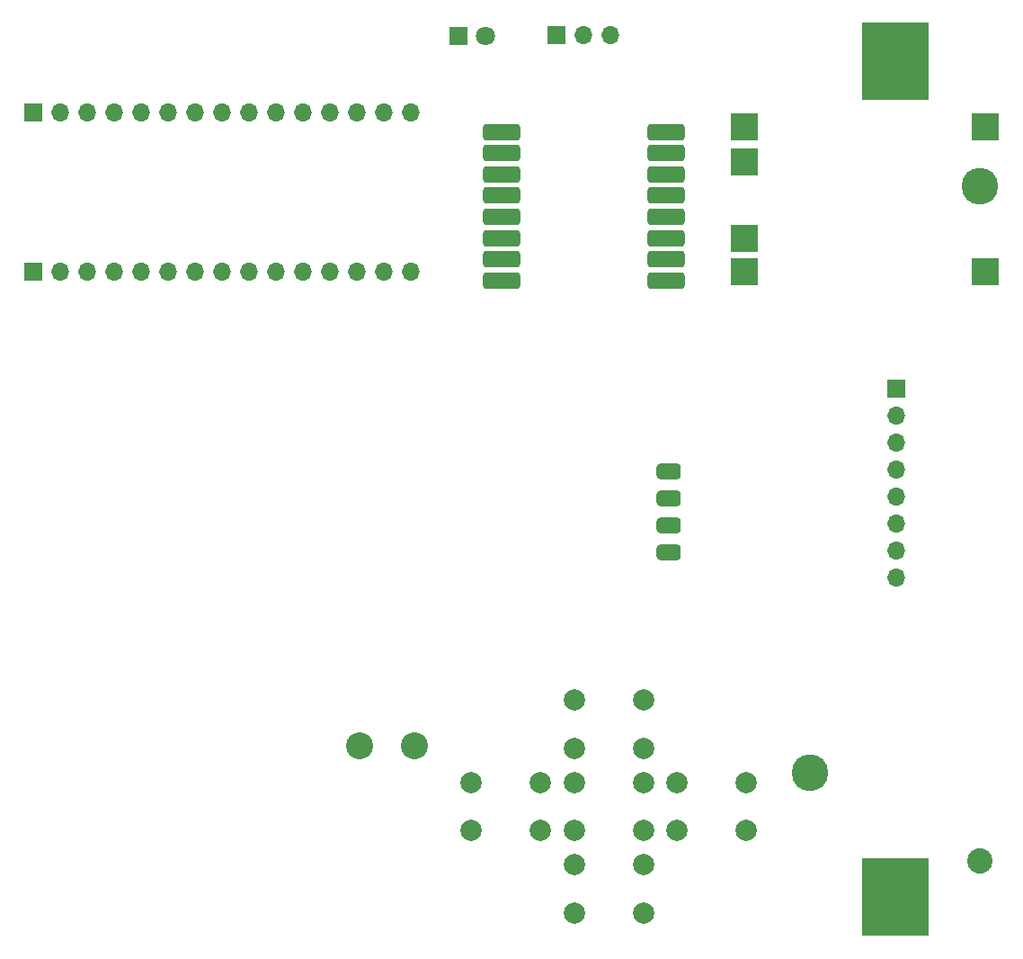
<source format=gbr>
%TF.GenerationSoftware,KiCad,Pcbnew,9.0.0*%
%TF.CreationDate,2025-07-08T12:35:53+02:00*%
%TF.ProjectId,capibarazeroPCB,63617069-6261-4726-917a-65726f504342,rev?*%
%TF.SameCoordinates,Original*%
%TF.FileFunction,Soldermask,Bot*%
%TF.FilePolarity,Negative*%
%FSLAX46Y46*%
G04 Gerber Fmt 4.6, Leading zero omitted, Abs format (unit mm)*
G04 Created by KiCad (PCBNEW 9.0.0) date 2025-07-08 12:35:53*
%MOMM*%
%LPD*%
G01*
G04 APERTURE LIST*
G04 Aperture macros list*
%AMRoundRect*
0 Rectangle with rounded corners*
0 $1 Rounding radius*
0 $2 $3 $4 $5 $6 $7 $8 $9 X,Y pos of 4 corners*
0 Add a 4 corners polygon primitive as box body*
4,1,4,$2,$3,$4,$5,$6,$7,$8,$9,$2,$3,0*
0 Add four circle primitives for the rounded corners*
1,1,$1+$1,$2,$3*
1,1,$1+$1,$4,$5*
1,1,$1+$1,$6,$7*
1,1,$1+$1,$8,$9*
0 Add four rect primitives between the rounded corners*
20,1,$1+$1,$2,$3,$4,$5,0*
20,1,$1+$1,$4,$5,$6,$7,0*
20,1,$1+$1,$6,$7,$8,$9,0*
20,1,$1+$1,$8,$9,$2,$3,0*%
G04 Aperture macros list end*
%ADD10RoundRect,0.250000X-1.500000X-0.500000X1.500000X-0.500000X1.500000X0.500000X-1.500000X0.500000X0*%
%ADD11RoundRect,0.381000X-0.762000X-0.381000X0.762000X-0.381000X0.762000X0.381000X-0.762000X0.381000X0*%
%ADD12C,2.000000*%
%ADD13C,2.540000*%
%ADD14R,1.700000X1.700000*%
%ADD15O,1.700000X1.700000*%
%ADD16R,2.540000X2.540000*%
%ADD17R,1.800000X1.800000*%
%ADD18C,1.800000*%
%ADD19C,2.390000*%
%ADD20C,3.450000*%
%ADD21R,6.350000X7.340000*%
G04 APERTURE END LIST*
D10*
%TO.C,U1*%
X139992000Y-88406000D03*
X139992000Y-86406000D03*
X139992000Y-84406000D03*
X139992000Y-82406000D03*
X139992000Y-80406000D03*
X139992000Y-78406000D03*
X139992000Y-76406000D03*
X139992000Y-74406000D03*
X155492000Y-74406000D03*
X155492000Y-76406000D03*
X155492000Y-78406000D03*
X155492000Y-80406000D03*
X155492000Y-82406000D03*
X155492000Y-84406000D03*
X155492000Y-86406000D03*
X155492000Y-88406000D03*
%TD*%
D11*
%TO.C,J4*%
X155746000Y-113950000D03*
X155746000Y-111410000D03*
X155746000Y-108870000D03*
X155746000Y-106330000D03*
%TD*%
D12*
%TO.C,SW3_M1*%
X146800000Y-135650000D03*
X153300000Y-135650000D03*
X146800000Y-140150000D03*
X153300000Y-140150000D03*
%TD*%
%TO.C,SW5_B1*%
X146800000Y-143400000D03*
X153300000Y-143400000D03*
X146800000Y-147900000D03*
X153300000Y-147900000D03*
%TD*%
%TO.C,SW4_T1*%
X146850000Y-127900000D03*
X153350000Y-127900000D03*
X146850000Y-132400000D03*
X153350000Y-132400000D03*
%TD*%
D13*
%TO.C,SW1*%
X126600000Y-132200000D03*
X131750000Y-132200000D03*
%TD*%
D14*
%TO.C,J2*%
X95860000Y-87600000D03*
D15*
X98400000Y-87600000D03*
X100940000Y-87600000D03*
X103480000Y-87600000D03*
X106020000Y-87600000D03*
X108560000Y-87600000D03*
X111100000Y-87600000D03*
X113640000Y-87600000D03*
X116180000Y-87600000D03*
X118720000Y-87600000D03*
X121260000Y-87600000D03*
X123800000Y-87600000D03*
X126340000Y-87600000D03*
X128880000Y-87600000D03*
X131420000Y-87600000D03*
%TD*%
D16*
%TO.C,BMS1*%
X162850000Y-73950000D03*
X162850000Y-77200000D03*
X162850000Y-84450000D03*
X162850000Y-87550000D03*
X185550000Y-73950000D03*
X185550000Y-87550000D03*
%TD*%
D12*
%TO.C,SW2_L1*%
X137100000Y-135650000D03*
X143600000Y-135650000D03*
X137100000Y-140150000D03*
X143600000Y-140150000D03*
%TD*%
%TO.C,SW1_R1*%
X156500000Y-135650000D03*
X163000000Y-135650000D03*
X156500000Y-140150000D03*
X163000000Y-140150000D03*
%TD*%
D17*
%TO.C,D1*%
X135910000Y-65350000D03*
D18*
X138450000Y-65350000D03*
%TD*%
D14*
%TO.C,J6*%
X145150000Y-65300000D03*
D15*
X147690000Y-65300000D03*
X150230000Y-65300000D03*
%TD*%
D14*
%TO.C,J1*%
X95860000Y-72600000D03*
D15*
X98400000Y-72600000D03*
X100940000Y-72600000D03*
X103480000Y-72600000D03*
X106020000Y-72600000D03*
X108560000Y-72600000D03*
X111100000Y-72600000D03*
X113640000Y-72600000D03*
X116180000Y-72600000D03*
X118720000Y-72600000D03*
X121260000Y-72600000D03*
X123800000Y-72600000D03*
X126340000Y-72600000D03*
X128880000Y-72600000D03*
X131420000Y-72600000D03*
%TD*%
D14*
%TO.C,J5*%
X177100000Y-98570000D03*
D15*
X177100000Y-101110000D03*
X177100000Y-103650000D03*
X177100000Y-106190000D03*
X177100000Y-108730000D03*
X177100000Y-111270000D03*
X177100000Y-113810000D03*
X177100000Y-116350000D03*
%TD*%
D19*
%TO.C,BT1*%
X185000000Y-143030000D03*
D20*
X169000000Y-134700000D03*
X185000000Y-79500000D03*
D21*
X177000000Y-146430000D03*
X177000000Y-67770000D03*
%TD*%
M02*

</source>
